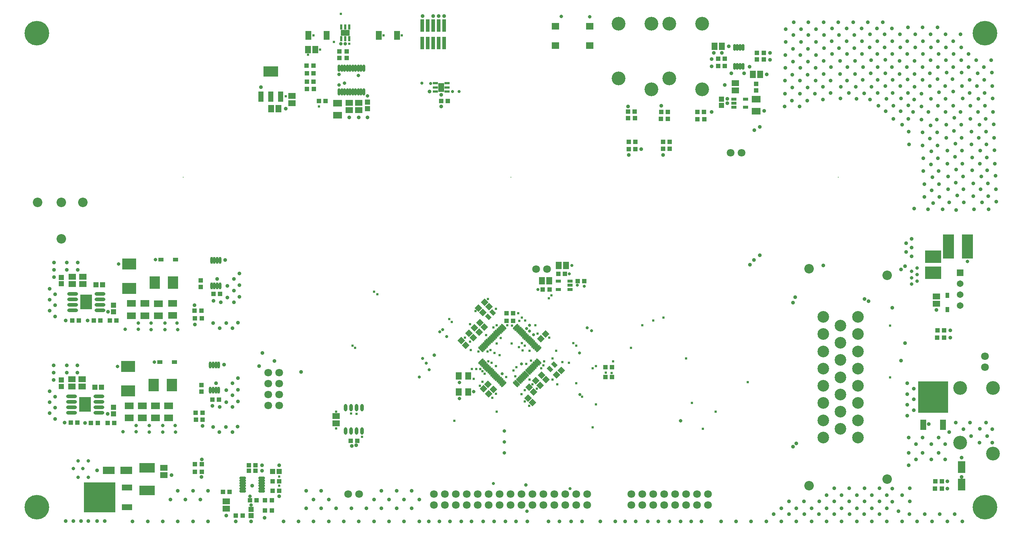
<source format=gts>
G04*
G04 #@! TF.GenerationSoftware,Altium Limited,Altium Designer,18.1.11 (251)*
G04*
G04 Layer_Color=8388736*
%FSLAX25Y25*%
%MOIN*%
G70*
G01*
G75*
%ADD63R,0.04147X0.04343*%
%ADD64R,0.03950X0.03950*%
%ADD65R,0.27572X0.29147*%
%ADD66R,0.05328X0.09461*%
%ADD67O,0.03162X0.06706*%
G04:AMPARAMS|DCode=68|XSize=19.81mil|YSize=65.09mil|CornerRadius=0mil|HoleSize=0mil|Usage=FLASHONLY|Rotation=225.000|XOffset=0mil|YOffset=0mil|HoleType=Round|Shape=Round|*
%AMOVALD68*
21,1,0.04528,0.01981,0.00000,0.00000,315.0*
1,1,0.01981,-0.01601,0.01601*
1,1,0.01981,0.01601,-0.01601*
%
%ADD68OVALD68*%

G04:AMPARAMS|DCode=69|XSize=47.37mil|YSize=37.53mil|CornerRadius=0mil|HoleSize=0mil|Usage=FLASHONLY|Rotation=315.000|XOffset=0mil|YOffset=0mil|HoleType=Round|Shape=Rectangle|*
%AMROTATEDRECTD69*
4,1,4,-0.03002,0.00348,-0.00348,0.03002,0.03002,-0.00348,0.00348,-0.03002,-0.03002,0.00348,0.0*
%
%ADD69ROTATEDRECTD69*%

G04:AMPARAMS|DCode=70|XSize=47.37mil|YSize=49.34mil|CornerRadius=0mil|HoleSize=0mil|Usage=FLASHONLY|Rotation=45.000|XOffset=0mil|YOffset=0mil|HoleType=Round|Shape=Rectangle|*
%AMROTATEDRECTD70*
4,1,4,0.00070,-0.03419,-0.03419,0.00070,-0.00070,0.03419,0.03419,-0.00070,0.00070,-0.03419,0.0*
%
%ADD70ROTATEDRECTD70*%

G04:AMPARAMS|DCode=71|XSize=47.37mil|YSize=49.34mil|CornerRadius=0mil|HoleSize=0mil|Usage=FLASHONLY|Rotation=315.000|XOffset=0mil|YOffset=0mil|HoleType=Round|Shape=Rectangle|*
%AMROTATEDRECTD71*
4,1,4,-0.03419,-0.00070,0.00070,0.03419,0.03419,0.00070,-0.00070,-0.03419,-0.03419,-0.00070,0.0*
%
%ADD71ROTATEDRECTD71*%

%ADD72R,0.29147X0.27572*%
%ADD73R,0.09461X0.05328*%
%ADD74R,0.13005X0.10446*%
%ADD75R,0.04737X0.03753*%
%ADD76R,0.05524X0.08280*%
%ADD77R,0.04737X0.02178*%
%ADD78R,0.03800X0.11800*%
%ADD79R,0.06902X0.05918*%
%ADD80R,0.05524X0.06509*%
%ADD81R,0.04737X0.03162*%
%ADD82R,0.05721X0.07099*%
%ADD83R,0.06509X0.05524*%
G04:AMPARAMS|DCode=84|XSize=19.81mil|YSize=65.09mil|CornerRadius=0mil|HoleSize=0mil|Usage=FLASHONLY|Rotation=315.000|XOffset=0mil|YOffset=0mil|HoleType=Round|Shape=Round|*
%AMOVALD84*
21,1,0.04528,0.01981,0.00000,0.00000,45.0*
1,1,0.01981,-0.01601,-0.01601*
1,1,0.01981,0.01601,0.01601*
%
%ADD84OVALD84*%

%ADD85R,0.03753X0.04737*%
%ADD86O,0.02769X0.06115*%
%ADD87R,0.04343X0.04147*%
%ADD88R,0.07887X0.05918*%
%ADD89R,0.04737X0.04934*%
%ADD90R,0.08280X0.05524*%
%ADD91R,0.02178X0.04737*%
%ADD92R,0.05800X0.07965*%
%ADD93R,0.04737X0.09265*%
%ADD94R,0.13595X0.09265*%
%ADD95R,0.09461X0.11430*%
%ADD96R,0.04934X0.04737*%
%ADD97R,0.10642X0.13398*%
%ADD98O,0.09855X0.03162*%
%ADD99R,0.14383X0.09068*%
%ADD100O,0.02572X0.06312*%
%ADD101O,0.06115X0.02769*%
%ADD102R,0.06902X0.10839*%
%ADD103O,0.02572X0.06509*%
%ADD104R,0.10446X0.22060*%
%ADD105R,0.10839X0.06902*%
%ADD106R,0.14973X0.11430*%
%ADD107C,0.07099*%
%ADD108C,0.22453*%
%ADD109C,0.12611*%
%ADD110C,0.00800*%
%ADD111C,0.06068*%
%ADD112R,0.06068X0.06068*%
%ADD113C,0.08674*%
%ADD114C,0.10642*%
%ADD115C,0.03162*%
%ADD116C,0.02375*%
%ADD117C,0.03556*%
%ADD118C,0.02769*%
D63*
X591831Y347244D02*
D03*
X597933D02*
D03*
Y353543D02*
D03*
X591831D02*
D03*
X566575Y353543D02*
D03*
X560472D02*
D03*
X560407Y346850D02*
D03*
X566510D02*
D03*
X629134Y380971D02*
D03*
X623032D02*
D03*
X590041Y380883D02*
D03*
X596143D02*
D03*
X559726Y381254D02*
D03*
X565828D02*
D03*
X454823Y196850D02*
D03*
X448721D02*
D03*
Y189961D02*
D03*
X454823D02*
D03*
X539075Y138435D02*
D03*
X545177D02*
D03*
X545136Y147441D02*
D03*
X539034D02*
D03*
X395276Y391043D02*
D03*
X389173D02*
D03*
X306398Y80315D02*
D03*
X312500D02*
D03*
X496063Y233071D02*
D03*
X502165D02*
D03*
X519882Y226378D02*
D03*
X513779D02*
D03*
X481988Y218504D02*
D03*
X488091D02*
D03*
X683776Y428839D02*
D03*
X677673D02*
D03*
Y435039D02*
D03*
X683776D02*
D03*
X648244Y422833D02*
D03*
X642142D02*
D03*
X642043Y429425D02*
D03*
X648146D02*
D03*
X277461Y390748D02*
D03*
X283563D02*
D03*
X266437Y416339D02*
D03*
X272539D02*
D03*
X266535Y408465D02*
D03*
X272638D02*
D03*
X842520Y181298D02*
D03*
X848622D02*
D03*
X84547Y96545D02*
D03*
X90650D02*
D03*
X92520Y190261D02*
D03*
X86417D02*
D03*
X77854Y190323D02*
D03*
X71752D02*
D03*
X58169D02*
D03*
X52067D02*
D03*
X75394Y96545D02*
D03*
X69291D02*
D03*
X56909Y96792D02*
D03*
X50806D02*
D03*
X219587Y52756D02*
D03*
X213484D02*
D03*
X219587Y57834D02*
D03*
X213484D02*
D03*
X187300Y214567D02*
D03*
X181198D02*
D03*
X186122Y117796D02*
D03*
X180020D02*
D03*
X170374Y51989D02*
D03*
X164272D02*
D03*
X165059Y99725D02*
D03*
X171161D02*
D03*
X170374Y192323D02*
D03*
X164272D02*
D03*
X189862Y33465D02*
D03*
X195965D02*
D03*
X235138Y43307D02*
D03*
X241240D02*
D03*
X235138Y34449D02*
D03*
X241240D02*
D03*
X234350Y25748D02*
D03*
X228248D02*
D03*
Y16732D02*
D03*
X234350D02*
D03*
X220571Y25748D02*
D03*
X214469D02*
D03*
X201673Y11811D02*
D03*
X207776D02*
D03*
X840438Y43110D02*
D03*
X846541D02*
D03*
D64*
X629624Y374410D02*
D03*
X623325D02*
D03*
X589845Y374637D02*
D03*
X596144D02*
D03*
X559726Y375394D02*
D03*
X566025D02*
D03*
X272736Y401772D02*
D03*
X266437D02*
D03*
X848622Y174605D02*
D03*
X842323D02*
D03*
X170374Y59055D02*
D03*
X164075D02*
D03*
X171260Y105966D02*
D03*
X164961D02*
D03*
X163976Y199350D02*
D03*
X170276D02*
D03*
X846642Y36417D02*
D03*
X840343D02*
D03*
X272638Y423228D02*
D03*
X266339D02*
D03*
D65*
X838583Y120079D02*
D03*
D66*
X847559Y94882D02*
D03*
X829606D02*
D03*
D67*
X301805Y110412D02*
D03*
X316805D02*
D03*
X311805D02*
D03*
X306805D02*
D03*
X316805Y89152D02*
D03*
X311805D02*
D03*
X306805D02*
D03*
X301805D02*
D03*
D68*
X428145Y166645D02*
D03*
X429536Y168037D02*
D03*
X446240Y184741D02*
D03*
X444848Y183349D02*
D03*
X443456Y181957D02*
D03*
X442064Y180565D02*
D03*
X440672Y179173D02*
D03*
X439280Y177781D02*
D03*
X437888Y176389D02*
D03*
X436496Y174997D02*
D03*
X435104Y173605D02*
D03*
X433712Y172213D02*
D03*
X432320Y170821D02*
D03*
X430928Y169429D02*
D03*
X426753Y165253D02*
D03*
X425361Y163861D02*
D03*
X457236Y131986D02*
D03*
X458628Y133378D02*
D03*
X460020Y134770D02*
D03*
X461412Y136162D02*
D03*
X462804Y137554D02*
D03*
X464196Y138946D02*
D03*
X465588Y140338D02*
D03*
X466980Y141729D02*
D03*
X468372Y143122D02*
D03*
X469764Y144513D02*
D03*
X471156Y145905D02*
D03*
X472547Y147297D02*
D03*
X473939Y148689D02*
D03*
X475331Y150081D02*
D03*
X476723Y151473D02*
D03*
X478115Y152865D02*
D03*
D69*
X432037Y193651D02*
D03*
X436073Y197688D02*
D03*
X488624Y146013D02*
D03*
X492661Y150050D02*
D03*
D70*
X432992Y202816D02*
D03*
X428816Y206992D02*
D03*
X424375Y188308D02*
D03*
X428551Y184133D02*
D03*
X427278Y197501D02*
D03*
X423103Y201677D02*
D03*
X472638Y115157D02*
D03*
X468462Y119333D02*
D03*
X411537Y167735D02*
D03*
X407361Y171911D02*
D03*
X418623Y174440D02*
D03*
X414447Y178615D02*
D03*
X419644Y183734D02*
D03*
X423820Y179558D02*
D03*
X479647Y130983D02*
D03*
X475471Y135159D02*
D03*
X480803Y140277D02*
D03*
X484979Y136101D02*
D03*
X469410Y129212D02*
D03*
X473586Y125036D02*
D03*
D71*
X494630Y140461D02*
D03*
X498805Y144637D02*
D03*
X432009Y131968D02*
D03*
X427833Y127792D02*
D03*
X432558Y123109D02*
D03*
X436734Y127285D02*
D03*
X480315Y173726D02*
D03*
X484491Y177902D02*
D03*
D72*
X77067Y28543D02*
D03*
D73*
X102264Y37520D02*
D03*
Y19567D02*
D03*
D74*
X103347Y125867D02*
D03*
Y148308D02*
D03*
X104331Y219488D02*
D03*
Y241929D02*
D03*
D75*
X132185Y152363D02*
D03*
X145374D02*
D03*
X133169Y245984D02*
D03*
X146358D02*
D03*
D76*
X389272Y403373D02*
D03*
D77*
X383878Y407113D02*
D03*
Y403373D02*
D03*
Y399633D02*
D03*
X394665Y407113D02*
D03*
Y403373D02*
D03*
Y399633D02*
D03*
D78*
X391890Y443898D02*
D03*
X386890D02*
D03*
X381890D02*
D03*
X376890D02*
D03*
X371890D02*
D03*
Y459882D02*
D03*
X376890D02*
D03*
X381890D02*
D03*
X386890D02*
D03*
X391890D02*
D03*
D79*
X493392Y459361D02*
D03*
X524691D02*
D03*
X493392Y441644D02*
D03*
X524691D02*
D03*
D80*
X503346Y240551D02*
D03*
X496654D02*
D03*
X487713Y226645D02*
D03*
X481020D02*
D03*
X638894Y441043D02*
D03*
X645587D02*
D03*
X680429Y415354D02*
D03*
X673736D02*
D03*
X233858Y383858D02*
D03*
X240551D02*
D03*
X267520Y437992D02*
D03*
X274213D02*
D03*
D81*
X506988Y218701D02*
D03*
Y222441D02*
D03*
Y226181D02*
D03*
X496161D02*
D03*
Y218701D02*
D03*
X656610Y392620D02*
D03*
Y388880D02*
D03*
Y385140D02*
D03*
X667240D02*
D03*
Y392620D02*
D03*
D82*
X413780Y139451D02*
D03*
Y124884D02*
D03*
X405118D02*
D03*
Y139451D02*
D03*
D83*
X293138Y102835D02*
D03*
Y96142D02*
D03*
X841535Y205709D02*
D03*
Y212402D02*
D03*
X657693Y400591D02*
D03*
Y407283D02*
D03*
X252953Y388976D02*
D03*
Y395669D02*
D03*
X61024Y129863D02*
D03*
Y136556D02*
D03*
X62008Y223425D02*
D03*
Y230118D02*
D03*
X52036D02*
D03*
Y223425D02*
D03*
X313976Y389173D02*
D03*
Y382480D02*
D03*
X305118D02*
D03*
Y389173D02*
D03*
X192913Y25000D02*
D03*
Y18307D02*
D03*
X135827Y48819D02*
D03*
Y55512D02*
D03*
X51839Y136497D02*
D03*
Y129804D02*
D03*
D84*
X478115Y163861D02*
D03*
X476723Y165253D02*
D03*
X475331Y166645D02*
D03*
X473939Y168037D02*
D03*
X472547Y169429D02*
D03*
X471156Y170821D02*
D03*
X469764Y172213D02*
D03*
X468372Y173605D02*
D03*
X466980Y174997D02*
D03*
X465588Y176389D02*
D03*
X464196Y177781D02*
D03*
X462804Y179173D02*
D03*
X461412Y180565D02*
D03*
X460020Y181957D02*
D03*
X458628Y183349D02*
D03*
X457236Y184741D02*
D03*
X425361Y152865D02*
D03*
X426753Y151473D02*
D03*
X428145Y150081D02*
D03*
X429536Y148689D02*
D03*
X430928Y147297D02*
D03*
X432320Y145905D02*
D03*
X433712Y144513D02*
D03*
X435104Y143122D02*
D03*
X436496Y141729D02*
D03*
X437888Y140338D02*
D03*
X439280Y138946D02*
D03*
X440672Y137554D02*
D03*
X442064Y136162D02*
D03*
X443456Y134770D02*
D03*
X444848Y133378D02*
D03*
X446240Y131986D02*
D03*
D85*
X851378Y213326D02*
D03*
Y200137D02*
D03*
D86*
X664780Y440059D02*
D03*
X662221D02*
D03*
X659662D02*
D03*
X657103D02*
D03*
X664780Y422539D02*
D03*
X662221D02*
D03*
X659662D02*
D03*
X657103D02*
D03*
D87*
X676886Y406595D02*
D03*
Y400492D02*
D03*
X302795Y430118D02*
D03*
Y436221D02*
D03*
X296299Y430118D02*
D03*
Y436221D02*
D03*
X169485Y226870D02*
D03*
Y220768D02*
D03*
X170276Y131281D02*
D03*
Y125178D02*
D03*
D88*
X676689Y392620D02*
D03*
Y381596D02*
D03*
X294449Y388976D02*
D03*
Y377953D02*
D03*
X140059Y112126D02*
D03*
Y101103D02*
D03*
X128248Y112126D02*
D03*
Y101103D02*
D03*
X116142D02*
D03*
Y112126D02*
D03*
X104331D02*
D03*
Y101103D02*
D03*
X143701Y205846D02*
D03*
Y194822D02*
D03*
X130905Y205709D02*
D03*
Y194685D02*
D03*
X118405Y205747D02*
D03*
Y194724D02*
D03*
X106299Y205747D02*
D03*
Y194724D02*
D03*
D89*
X645252Y386811D02*
D03*
Y392717D02*
D03*
X321915Y383858D02*
D03*
Y389764D02*
D03*
X89961Y105060D02*
D03*
Y110966D02*
D03*
X89961Y198228D02*
D03*
Y204134D02*
D03*
X42323Y229724D02*
D03*
Y223819D02*
D03*
X42126Y135785D02*
D03*
Y129880D02*
D03*
X215555Y17717D02*
D03*
Y11811D02*
D03*
D90*
X301476Y453150D02*
D03*
D91*
X305217Y458543D02*
D03*
X301476D02*
D03*
X297736D02*
D03*
X305217Y447756D02*
D03*
X301476D02*
D03*
X297736D02*
D03*
D92*
X284449Y450787D02*
D03*
X267756D02*
D03*
X332205D02*
D03*
X348898D02*
D03*
D93*
X224501Y394783D02*
D03*
X233556D02*
D03*
X242612D02*
D03*
D94*
X233556Y417815D02*
D03*
D95*
X144193Y224803D02*
D03*
X127461D02*
D03*
X126476Y131182D02*
D03*
X143209D02*
D03*
D96*
X79724Y222835D02*
D03*
X73819D02*
D03*
X78740Y129272D02*
D03*
X72835D02*
D03*
X241142Y52165D02*
D03*
X235236D02*
D03*
D97*
X63976Y113466D02*
D03*
X64961Y207087D02*
D03*
D98*
X76378Y105966D02*
D03*
Y110966D02*
D03*
Y115966D02*
D03*
Y120966D02*
D03*
X51575Y105966D02*
D03*
Y110966D02*
D03*
Y115966D02*
D03*
Y120966D02*
D03*
X77362Y199587D02*
D03*
Y204587D02*
D03*
Y209587D02*
D03*
Y214587D02*
D03*
X52559Y199587D02*
D03*
Y204587D02*
D03*
Y209587D02*
D03*
Y214587D02*
D03*
D99*
X120374Y55415D02*
D03*
Y34745D02*
D03*
D100*
X187103Y245276D02*
D03*
X184544D02*
D03*
X181985D02*
D03*
X179426D02*
D03*
X187103Y222047D02*
D03*
X184544D02*
D03*
X181985D02*
D03*
X179426D02*
D03*
X185925Y149686D02*
D03*
X183366D02*
D03*
X180807D02*
D03*
X178248D02*
D03*
X185925Y126458D02*
D03*
X183366D02*
D03*
X180807D02*
D03*
X178248D02*
D03*
D101*
X207776Y46407D02*
D03*
Y43986D02*
D03*
Y41565D02*
D03*
Y39144D02*
D03*
Y36722D02*
D03*
Y34301D02*
D03*
X225295Y46407D02*
D03*
Y43986D02*
D03*
Y41565D02*
D03*
Y39144D02*
D03*
Y36722D02*
D03*
Y34301D02*
D03*
D102*
X864543Y56267D02*
D03*
Y40126D02*
D03*
D103*
X318366Y420768D02*
D03*
X315866D02*
D03*
X313366D02*
D03*
X310866D02*
D03*
X308366D02*
D03*
X305866D02*
D03*
X303366D02*
D03*
X300866D02*
D03*
X298366D02*
D03*
X295866D02*
D03*
X318366Y399311D02*
D03*
X315866D02*
D03*
X313366D02*
D03*
X310866D02*
D03*
X308366D02*
D03*
X305866D02*
D03*
X303366D02*
D03*
X300866D02*
D03*
X298366D02*
D03*
X295866D02*
D03*
D104*
X869734Y257874D02*
D03*
X852411D02*
D03*
D105*
X85433Y53150D02*
D03*
X101575D02*
D03*
D106*
X838583Y233760D02*
D03*
Y248524D02*
D03*
D107*
X653386Y343504D02*
D03*
X663386D02*
D03*
X314134Y31457D02*
D03*
X304134D02*
D03*
X602835Y31497D02*
D03*
Y21496D02*
D03*
X612835Y31497D02*
D03*
Y21496D02*
D03*
X622834Y31497D02*
D03*
Y21496D02*
D03*
X632835Y31497D02*
D03*
Y21497D02*
D03*
X592835Y21496D02*
D03*
Y31497D02*
D03*
X582834Y31496D02*
D03*
Y21496D02*
D03*
X562835D02*
D03*
Y31497D02*
D03*
X572835Y21496D02*
D03*
Y31496D02*
D03*
X885827Y147480D02*
D03*
Y157480D02*
D03*
X462638Y21496D02*
D03*
Y31496D02*
D03*
X522638D02*
D03*
X512638D02*
D03*
X502638D02*
D03*
X492638D02*
D03*
X482638D02*
D03*
X472638D02*
D03*
X442638D02*
D03*
X432638D02*
D03*
X422638D02*
D03*
X402638D02*
D03*
X392638D02*
D03*
X382638D02*
D03*
X522638Y21496D02*
D03*
X512638D02*
D03*
X502638D02*
D03*
X492638D02*
D03*
X482638D02*
D03*
X472638D02*
D03*
X442638D02*
D03*
X432638D02*
D03*
X422638D02*
D03*
X412638D02*
D03*
X392638D02*
D03*
X382638D02*
D03*
X452638Y31496D02*
D03*
Y21496D02*
D03*
X412638Y31496D02*
D03*
X402638Y21496D02*
D03*
X241339Y142599D02*
D03*
Y132599D02*
D03*
Y122599D02*
D03*
Y112600D02*
D03*
X231339D02*
D03*
Y122599D02*
D03*
Y132599D02*
D03*
Y142599D02*
D03*
X485827Y237402D02*
D03*
X475827D02*
D03*
D108*
X885827Y452756D02*
D03*
Y19685D02*
D03*
X19685Y452756D02*
D03*
Y19685D02*
D03*
D109*
X863189Y78740D02*
D03*
X893110Y68740D02*
D03*
X863189Y128740D02*
D03*
X893110D02*
D03*
X597555Y411522D02*
D03*
X627477Y401522D02*
D03*
X597555Y461522D02*
D03*
X627477D02*
D03*
X551296Y411522D02*
D03*
X581217Y401522D02*
D03*
X551296Y461522D02*
D03*
X581217D02*
D03*
D110*
X751968Y321260D02*
D03*
X452756D02*
D03*
X153543D02*
D03*
D111*
X863238Y203819D02*
D03*
Y213819D02*
D03*
Y223819D02*
D03*
D112*
Y233819D02*
D03*
D113*
X725197Y39191D02*
D03*
X796457Y45096D02*
D03*
X725197Y237616D02*
D03*
X796457Y231710D02*
D03*
X61811Y298327D02*
D03*
X42323D02*
D03*
Y264862D02*
D03*
X20669Y298327D02*
D03*
D114*
X738189Y83285D02*
D03*
Y99033D02*
D03*
Y114781D02*
D03*
Y130529D02*
D03*
Y146277D02*
D03*
Y162025D02*
D03*
Y177773D02*
D03*
Y193521D02*
D03*
X753937Y91159D02*
D03*
Y106907D02*
D03*
Y122655D02*
D03*
Y138403D02*
D03*
Y154151D02*
D03*
Y169899D02*
D03*
Y185647D02*
D03*
X769685Y83285D02*
D03*
Y99033D02*
D03*
Y114781D02*
D03*
Y130529D02*
D03*
Y146277D02*
D03*
Y162025D02*
D03*
Y177773D02*
D03*
Y193521D02*
D03*
D115*
X466535Y39961D02*
D03*
X467520Y15748D02*
D03*
X524691Y468062D02*
D03*
X498966Y468219D02*
D03*
X405748Y133465D02*
D03*
X446850Y89366D02*
D03*
Y69173D02*
D03*
Y79269D02*
D03*
X382874Y158465D02*
D03*
X405748Y118898D02*
D03*
X418898Y125146D02*
D03*
X823819Y238189D02*
D03*
Y226378D02*
D03*
Y232283D02*
D03*
X818898Y235236D02*
D03*
Y229331D02*
D03*
Y223425D02*
D03*
X869734Y244094D02*
D03*
X66771Y46990D02*
D03*
X57519D02*
D03*
X66771Y61754D02*
D03*
X57519D02*
D03*
X62008Y54864D02*
D03*
X53128Y54864D02*
D03*
X214469Y29685D02*
D03*
X215555Y21654D02*
D03*
X110500Y94371D02*
D03*
Y88466D02*
D03*
X122351Y94397D02*
D03*
Y88269D02*
D03*
X134843Y94397D02*
D03*
Y88269D02*
D03*
X146043Y94397D02*
D03*
X146653Y88269D02*
D03*
X98425Y88466D02*
D03*
X100394Y182087D02*
D03*
X148622Y181890D02*
D03*
X148012Y188018D02*
D03*
X136811Y181890D02*
D03*
Y188018D02*
D03*
X124320Y181890D02*
D03*
Y188018D02*
D03*
X112468Y182087D02*
D03*
Y187992D02*
D03*
X607874Y98639D02*
D03*
X94587Y241929D02*
D03*
X128248Y245984D02*
D03*
X127165Y152363D02*
D03*
X93504Y148308D02*
D03*
X321915Y395669D02*
D03*
X295768Y405512D02*
D03*
X300866Y407264D02*
D03*
X295768Y415354D02*
D03*
X313366Y414370D02*
D03*
X297638Y443307D02*
D03*
X301575D02*
D03*
D116*
X639764Y106907D02*
D03*
X612835Y155512D02*
D03*
X305217Y443405D02*
D03*
X293099Y106812D02*
D03*
X418898Y137008D02*
D03*
X306693Y105118D02*
D03*
X443456Y174135D02*
D03*
X453937Y185433D02*
D03*
X449605Y185826D02*
D03*
X437008Y184055D02*
D03*
X544882Y142126D02*
D03*
X539370Y142520D02*
D03*
X546063Y152865D02*
D03*
X311805Y105060D02*
D03*
X434055Y163189D02*
D03*
X431496Y162025D02*
D03*
X308071Y167323D02*
D03*
X310555Y165354D02*
D03*
X456693Y139370D02*
D03*
X439173Y200787D02*
D03*
X439978Y185826D02*
D03*
X505905Y151575D02*
D03*
X495079Y131986D02*
D03*
X509842Y169685D02*
D03*
X512638Y167323D02*
D03*
X490748Y136162D02*
D03*
X448425Y138614D02*
D03*
X477165Y178347D02*
D03*
X396457Y191652D02*
D03*
X398819Y188976D02*
D03*
X415354Y187008D02*
D03*
X460534Y189961D02*
D03*
X459646Y196850D02*
D03*
X416339Y163189D02*
D03*
X499981Y152147D02*
D03*
X453542Y169291D02*
D03*
X439978D02*
D03*
X442638Y158465D02*
D03*
X437795Y160433D02*
D03*
X431692Y209867D02*
D03*
X430210Y176823D02*
D03*
X423307Y162025D02*
D03*
X469488Y112205D02*
D03*
X465551Y116273D02*
D03*
X463542Y162872D02*
D03*
X487713Y174440D02*
D03*
X466980Y150591D02*
D03*
X472441Y131986D02*
D03*
X476674Y128010D02*
D03*
X469764Y136162D02*
D03*
X465551Y126435D02*
D03*
X435039Y151575D02*
D03*
X471284Y153543D02*
D03*
X530512Y148736D02*
D03*
X527559Y146653D02*
D03*
X480413D02*
D03*
X482638Y149171D02*
D03*
X527559Y92520D02*
D03*
X530512Y113466D02*
D03*
X455118Y144488D02*
D03*
X457736Y147638D02*
D03*
X410825Y174605D02*
D03*
X415354Y170866D02*
D03*
X420394Y198879D02*
D03*
X424409Y130709D02*
D03*
X426753Y134252D02*
D03*
X435827Y119685D02*
D03*
X439280Y123228D02*
D03*
X669291Y133839D02*
D03*
X439173Y148622D02*
D03*
X401181Y98639D02*
D03*
X469758Y162598D02*
D03*
X494095D02*
D03*
X490748Y155512D02*
D03*
X483268Y152865D02*
D03*
X562598Y165354D02*
D03*
X460042Y165748D02*
D03*
X462992Y169685D02*
D03*
X465551Y167323D02*
D03*
X487402Y210630D02*
D03*
X489764Y213386D02*
D03*
X512598Y133071D02*
D03*
X799213Y138189D02*
D03*
X462534Y123071D02*
D03*
X517717Y120421D02*
D03*
X439978Y106907D02*
D03*
X421260Y145980D02*
D03*
X277461Y385925D02*
D03*
X247047Y395177D02*
D03*
X353346Y450787D02*
D03*
X267520Y433268D02*
D03*
X278543Y437992D02*
D03*
X297638Y470472D02*
D03*
X291339Y444882D02*
D03*
X272638Y450787D02*
D03*
X336614D02*
D03*
X582741Y190261D02*
D03*
X465731D02*
D03*
X592227Y192913D02*
D03*
X462804D02*
D03*
X475197Y186024D02*
D03*
X572835Y186024D02*
D03*
X618110Y114781D02*
D03*
X628150Y91159D02*
D03*
X799204Y185647D02*
D03*
X327756Y216535D02*
D03*
X330709Y214350D02*
D03*
X417323Y145980D02*
D03*
X426863Y143870D02*
D03*
X432331Y152865D02*
D03*
X428740Y141729D02*
D03*
X424803Y146063D02*
D03*
X293099Y91457D02*
D03*
X316760Y83858D02*
D03*
X241339Y47638D02*
D03*
X241240Y39191D02*
D03*
D117*
X636041Y380971D02*
D03*
X650591Y388880D02*
D03*
Y392782D02*
D03*
X571850Y346850D02*
D03*
X591831Y341535D02*
D03*
X560407D02*
D03*
X377953Y6693D02*
D03*
X407480D02*
D03*
X416929D02*
D03*
X557087D02*
D03*
X597555D02*
D03*
X307087Y18701D02*
D03*
X864543Y47244D02*
D03*
X225984Y160630D02*
D03*
X222835Y148425D02*
D03*
X237008Y153272D02*
D03*
X261024Y143307D02*
D03*
X859631Y291339D02*
D03*
X311417Y76378D02*
D03*
X307480Y75590D02*
D03*
X780960Y392082D02*
D03*
X808964Y381496D02*
D03*
X795184D02*
D03*
X834019Y380971D02*
D03*
X820239D02*
D03*
X856748Y386526D02*
D03*
X842968D02*
D03*
X816233Y362904D02*
D03*
X802041Y374715D02*
D03*
X810167Y369160D02*
D03*
X815821Y374715D02*
D03*
X816645Y351093D02*
D03*
X821176Y292738D02*
D03*
X842144Y362205D02*
D03*
X827953Y374016D02*
D03*
X828777Y362205D02*
D03*
X836078Y368460D02*
D03*
X841732Y374016D02*
D03*
X842968Y338583D02*
D03*
X828777Y350394D02*
D03*
X829601Y338583D02*
D03*
X836902Y344838D02*
D03*
X842556Y350394D02*
D03*
X835666Y356649D02*
D03*
X843792Y314961D02*
D03*
X829601Y326772D02*
D03*
X830424Y314961D02*
D03*
X837726Y321216D02*
D03*
X843380Y326772D02*
D03*
X836490Y333027D02*
D03*
X847087Y292038D02*
D03*
X830424Y303150D02*
D03*
X833720Y292038D02*
D03*
X838550Y297594D02*
D03*
X844204Y303150D02*
D03*
X837314Y309405D02*
D03*
X864049Y369160D02*
D03*
X849858Y380971D02*
D03*
X850682Y369160D02*
D03*
X857983Y375415D02*
D03*
X863637Y380971D02*
D03*
X864873Y345537D02*
D03*
X850682Y357348D02*
D03*
X851506Y345537D02*
D03*
X858807Y351793D02*
D03*
X864461Y357348D02*
D03*
X857572Y363604D02*
D03*
X865697Y321916D02*
D03*
X851506Y333727D02*
D03*
X852330Y321916D02*
D03*
X859631Y328171D02*
D03*
X865285Y333727D02*
D03*
X858395Y339982D02*
D03*
X866521Y298293D02*
D03*
X852330Y310104D02*
D03*
X853153Y298293D02*
D03*
X860455Y304549D02*
D03*
X866109Y310104D02*
D03*
X859219Y316360D02*
D03*
X850824Y416929D02*
D03*
X815139Y410674D02*
D03*
X815963Y387052D02*
D03*
X815409Y398337D02*
D03*
X864603Y416929D02*
D03*
X865427Y393307D02*
D03*
X864873Y404593D02*
D03*
X828777Y410148D02*
D03*
X821063Y392082D02*
D03*
X827953Y385827D02*
D03*
Y397638D02*
D03*
X821475Y403893D02*
D03*
X801556Y410148D02*
D03*
X753937Y393307D02*
D03*
X775591Y398031D02*
D03*
X774070Y410148D02*
D03*
X768005Y403893D02*
D03*
X782196D02*
D03*
X850270Y428215D02*
D03*
X864049D02*
D03*
X877829D02*
D03*
X842968Y421959D02*
D03*
X856748D02*
D03*
X895728Y310104D02*
D03*
X881948D02*
D03*
X888838Y303849D02*
D03*
X883184Y298293D02*
D03*
X875882Y292038D02*
D03*
X875058Y303849D02*
D03*
X889250Y292038D02*
D03*
X896282Y298819D02*
D03*
X894904Y333727D02*
D03*
X881124D02*
D03*
X888014Y327471D02*
D03*
X882360Y321916D02*
D03*
X875058Y315660D02*
D03*
X874235Y327471D02*
D03*
X888426Y315660D02*
D03*
X895458Y322441D02*
D03*
X894080Y357348D02*
D03*
X880301D02*
D03*
X887190Y351093D02*
D03*
X881536Y345537D02*
D03*
X874235Y339282D02*
D03*
X873411Y351093D02*
D03*
X887602Y339282D02*
D03*
X894634Y346063D02*
D03*
X893256Y380971D02*
D03*
X879477D02*
D03*
X886366Y374715D02*
D03*
X880712Y369160D02*
D03*
X873411Y362904D02*
D03*
X872587Y374715D02*
D03*
X886778Y362904D02*
D03*
X893810Y369685D02*
D03*
X892432Y404593D02*
D03*
X878653D02*
D03*
X885542Y398337D02*
D03*
X879889Y392782D02*
D03*
X872587Y386526D02*
D03*
X871763Y398337D02*
D03*
X885954Y386526D02*
D03*
X892986Y393307D02*
D03*
X891608Y428215D02*
D03*
X884719Y421959D02*
D03*
X879065Y416404D02*
D03*
X871763Y410148D02*
D03*
X870939Y421959D02*
D03*
X885131Y410148D02*
D03*
X892162Y416929D02*
D03*
X856336Y410848D02*
D03*
X842556D02*
D03*
X849446Y404593D02*
D03*
X843792Y399037D02*
D03*
X836490Y392782D02*
D03*
X835666Y404593D02*
D03*
X849858Y392782D02*
D03*
X856890Y399562D02*
D03*
X808519Y404593D02*
D03*
X794740D02*
D03*
X801630Y398337D02*
D03*
X795976Y392782D02*
D03*
X788674Y386526D02*
D03*
X787850Y398337D02*
D03*
X802041Y386526D02*
D03*
X809073Y393307D02*
D03*
X744864Y409449D02*
D03*
X759879D02*
D03*
X768417Y392782D02*
D03*
X754225Y403893D02*
D03*
X761527Y398337D02*
D03*
X794882Y428740D02*
D03*
X794740Y416404D02*
D03*
X787850Y410148D02*
D03*
Y421959D02*
D03*
X814997Y433770D02*
D03*
X759879D02*
D03*
X773659D02*
D03*
X746100D02*
D03*
X774482Y421959D02*
D03*
X760291D02*
D03*
X753401Y415704D02*
D03*
X767181D02*
D03*
X753401Y427515D02*
D03*
X767181D02*
D03*
X781784Y428215D02*
D03*
X781372Y416404D02*
D03*
X730672Y397638D02*
D03*
X716893D02*
D03*
X703113D02*
D03*
X744864Y398337D02*
D03*
X737974Y392082D02*
D03*
X716481Y385827D02*
D03*
X702701D02*
D03*
X709591Y391383D02*
D03*
X723370D02*
D03*
X731084Y421260D02*
D03*
X717305D02*
D03*
X703525D02*
D03*
X745276Y421959D02*
D03*
X737974Y403893D02*
D03*
X738386Y415704D02*
D03*
X731084Y409449D02*
D03*
X716893D02*
D03*
X703113D02*
D03*
X710003Y403194D02*
D03*
X723782D02*
D03*
X710003Y415004D02*
D03*
X723782D02*
D03*
X724194Y438627D02*
D03*
X710415D02*
D03*
X724194Y426816D02*
D03*
X710415D02*
D03*
X703525Y433071D02*
D03*
X717305D02*
D03*
X731496D02*
D03*
X738798Y439326D02*
D03*
X738386Y427515D02*
D03*
X821475D02*
D03*
X807695D02*
D03*
X821475Y415704D02*
D03*
X807695D02*
D03*
X800806Y421959D02*
D03*
X814585D02*
D03*
X828777D02*
D03*
X836078Y428215D02*
D03*
X835666Y416404D02*
D03*
X822299Y440026D02*
D03*
X829189Y433770D02*
D03*
X864049Y440026D02*
D03*
X850270D02*
D03*
X836490D02*
D03*
X870939Y433770D02*
D03*
X857160D02*
D03*
X843380D02*
D03*
X829189Y445581D02*
D03*
X842968D02*
D03*
X856748D02*
D03*
X822299Y451837D02*
D03*
X836078D02*
D03*
X849858D02*
D03*
X863637D02*
D03*
X814997Y445581D02*
D03*
X800806Y457393D02*
D03*
X787026D02*
D03*
X815409Y458092D02*
D03*
X842556D02*
D03*
X828777D02*
D03*
X778900Y462948D02*
D03*
X792680D02*
D03*
X751753D02*
D03*
X765533D02*
D03*
X801218Y445581D02*
D03*
X787438D02*
D03*
X794328Y451837D02*
D03*
X808107D02*
D03*
X801218Y433770D02*
D03*
X787438D02*
D03*
X780548Y440026D02*
D03*
X794328D02*
D03*
X808519D02*
D03*
X780960Y451837D02*
D03*
X766357Y451137D02*
D03*
X752577D02*
D03*
X759467Y457393D02*
D03*
X773247D02*
D03*
X766357Y439326D02*
D03*
X752577D02*
D03*
X745687Y445581D02*
D03*
X759467D02*
D03*
X773659D02*
D03*
X746100Y457393D02*
D03*
X711239Y462948D02*
D03*
X703937Y456693D02*
D03*
X738798Y451137D02*
D03*
X724606D02*
D03*
X710827D02*
D03*
X703937Y444882D02*
D03*
X717717D02*
D03*
X731496D02*
D03*
X738386Y462948D02*
D03*
X724606D02*
D03*
X717717Y456693D02*
D03*
X731496D02*
D03*
X559726Y386025D02*
D03*
X590041Y386593D02*
D03*
X858268Y13145D02*
D03*
X865158Y6693D02*
D03*
X844488Y13145D02*
D03*
X851378Y6693D02*
D03*
X830709Y13145D02*
D03*
X837598Y6693D02*
D03*
X170472Y63386D02*
D03*
X225590Y57874D02*
D03*
X779528Y207989D02*
D03*
X710630Y74803D02*
D03*
Y206693D02*
D03*
X775683Y209842D02*
D03*
X712598Y211417D02*
D03*
X713583Y77756D02*
D03*
X873032Y84646D02*
D03*
X887713D02*
D03*
X892457Y78504D02*
D03*
X880906Y78719D02*
D03*
X853347Y88269D02*
D03*
X816109Y57834D02*
D03*
Y69173D02*
D03*
X828822D02*
D03*
X822917Y63246D02*
D03*
X843504Y69173D02*
D03*
X849409Y63246D02*
D03*
X836696D02*
D03*
X816109Y83313D02*
D03*
X828822D02*
D03*
X822917Y77386D02*
D03*
X843504Y83313D02*
D03*
X849409Y77386D02*
D03*
X836696D02*
D03*
X881083Y91139D02*
D03*
X892635Y90924D02*
D03*
X886729Y96850D02*
D03*
X866142Y90924D02*
D03*
X872047Y96850D02*
D03*
X859334D02*
D03*
X834646Y95472D02*
D03*
X812992Y239961D02*
D03*
X809055Y237008D02*
D03*
X812992Y169685D02*
D03*
X809055Y153543D02*
D03*
X801180Y36417D02*
D03*
Y24606D02*
D03*
X801181Y201772D02*
D03*
X141732Y26575D02*
D03*
X155512D02*
D03*
X169291D02*
D03*
X148622Y34449D02*
D03*
X162402D02*
D03*
X176181D02*
D03*
X362205D02*
D03*
X348425D02*
D03*
X334646D02*
D03*
X279528D02*
D03*
X265748D02*
D03*
X369094Y26575D02*
D03*
X355315D02*
D03*
X341535D02*
D03*
X327756D02*
D03*
X286417D02*
D03*
X272638D02*
D03*
X362205Y18701D02*
D03*
X348425D02*
D03*
X334646D02*
D03*
X320866D02*
D03*
X293307D02*
D03*
X279528D02*
D03*
X265748D02*
D03*
X810039Y30512D02*
D03*
X176181Y6693D02*
D03*
X107283D02*
D03*
X162401D02*
D03*
X148622D02*
D03*
X121063D02*
D03*
X134843D02*
D03*
X171161Y93945D02*
D03*
X203546Y137678D02*
D03*
X198625Y122057D02*
D03*
X203546Y126978D02*
D03*
X198625Y132757D02*
D03*
Y111352D02*
D03*
X203546Y116273D02*
D03*
X203346Y93081D02*
D03*
X186814Y111352D02*
D03*
X192720Y115730D02*
D03*
X192520Y92913D02*
D03*
X180709D02*
D03*
X192720Y126435D02*
D03*
X186614Y88160D02*
D03*
X198425D02*
D03*
X198625Y183264D02*
D03*
X186814D02*
D03*
X193898Y222025D02*
D03*
X180909Y188018D02*
D03*
X181198Y208268D02*
D03*
X192720Y188018D02*
D03*
X193898Y211320D02*
D03*
X187992Y206941D02*
D03*
X203546Y188185D02*
D03*
X204724Y211863D02*
D03*
X199803Y206941D02*
D03*
X56890Y142675D02*
D03*
X47047D02*
D03*
X35236Y135982D02*
D03*
Y142675D02*
D03*
Y149171D02*
D03*
X47047D02*
D03*
X56890D02*
D03*
X57087Y243110D02*
D03*
X47244D02*
D03*
X35433D02*
D03*
Y236614D02*
D03*
X258858Y6693D02*
D03*
X245079D02*
D03*
X272638D02*
D03*
X286417D02*
D03*
X300197D02*
D03*
X313976D02*
D03*
X327756D02*
D03*
X341535D02*
D03*
X355315D02*
D03*
X369094D02*
D03*
X427559D02*
D03*
X397342D02*
D03*
X387402D02*
D03*
X437402D02*
D03*
X447835D02*
D03*
X457480D02*
D03*
X468012D02*
D03*
X487205D02*
D03*
X497047D02*
D03*
X507874D02*
D03*
X517717D02*
D03*
X566929D02*
D03*
X548228D02*
D03*
X534449D02*
D03*
X577756D02*
D03*
X587598D02*
D03*
X607874D02*
D03*
X617618D02*
D03*
X626968D02*
D03*
X644685D02*
D03*
X658465D02*
D03*
X672244D02*
D03*
X796260Y30512D02*
D03*
X782480D02*
D03*
X789370Y36767D02*
D03*
X817057D02*
D03*
X768701Y30512D02*
D03*
X754921D02*
D03*
X741142D02*
D03*
X748032Y36767D02*
D03*
X761811D02*
D03*
X776003D02*
D03*
X823819Y6693D02*
D03*
X810039D02*
D03*
X816929Y13145D02*
D03*
X796260Y18701D02*
D03*
X782480D02*
D03*
X789370Y24956D02*
D03*
X817057D02*
D03*
X796260Y6693D02*
D03*
X782480D02*
D03*
X768701D02*
D03*
X775591Y13145D02*
D03*
X789370D02*
D03*
X768701Y18701D02*
D03*
X754921D02*
D03*
X741142D02*
D03*
X748032Y24956D02*
D03*
X761811D02*
D03*
X776003D02*
D03*
X754921Y6693D02*
D03*
X741142D02*
D03*
X727362D02*
D03*
X734252Y13145D02*
D03*
X748032D02*
D03*
X762223D02*
D03*
X727362Y18701D02*
D03*
X713583D02*
D03*
X699803D02*
D03*
X706693Y24956D02*
D03*
X720472D02*
D03*
X734664D02*
D03*
X720884Y13145D02*
D03*
X706693D02*
D03*
X692913D02*
D03*
X686024Y6693D02*
D03*
X699803D02*
D03*
X713583D02*
D03*
X806988Y16043D02*
D03*
X378642Y399633D02*
D03*
X389075Y396562D02*
D03*
X389173Y386070D02*
D03*
X391732Y468504D02*
D03*
X386890D02*
D03*
X381890D02*
D03*
X372047D02*
D03*
X675000Y245734D02*
D03*
X675197Y364173D02*
D03*
X738189Y240551D02*
D03*
X818898Y249016D02*
D03*
X671260Y241142D02*
D03*
X684055Y381890D02*
D03*
X841535Y199803D02*
D03*
X680118Y250000D02*
D03*
Y367126D02*
D03*
X648146Y405512D02*
D03*
X686532Y415354D02*
D03*
X689485Y435039D02*
D03*
Y428738D02*
D03*
X665862Y416339D02*
D03*
X670784Y422244D02*
D03*
X654051Y416339D02*
D03*
X638303Y435039D02*
D03*
X645587D02*
D03*
X651886Y440945D02*
D03*
X636335Y429327D02*
D03*
Y422734D02*
D03*
X199803Y228346D02*
D03*
X180020Y112205D02*
D03*
X190751Y149859D02*
D03*
X183366Y132757D02*
D03*
X204724Y222568D02*
D03*
X199803Y217647D02*
D03*
X204724Y233268D02*
D03*
X184544Y228346D02*
D03*
X191929Y245449D02*
D03*
X224501Y403543D02*
D03*
X247047Y383858D02*
D03*
X321850Y375984D02*
D03*
X313976D02*
D03*
X305118D02*
D03*
X813976Y252953D02*
D03*
X818898Y264764D02*
D03*
Y256890D02*
D03*
X813976Y260827D02*
D03*
X864543Y64961D02*
D03*
X854130Y174605D02*
D03*
Y181298D02*
D03*
X63976Y96545D02*
D03*
X45276Y96792D02*
D03*
X35433Y229921D02*
D03*
X47244Y236614D02*
D03*
X57087D02*
D03*
X84646Y105060D02*
D03*
X84941Y198228D02*
D03*
X36417Y100197D02*
D03*
X31496Y105571D02*
D03*
X36417Y110571D02*
D03*
X31496Y115571D02*
D03*
Y125571D02*
D03*
X36417Y120571D02*
D03*
X36417Y214350D02*
D03*
X31496Y219350D02*
D03*
X46260Y190354D02*
D03*
X66142D02*
D03*
X31496Y209350D02*
D03*
X36417Y204350D02*
D03*
X31496Y199350D02*
D03*
X36417Y193976D02*
D03*
X81693Y6890D02*
D03*
X74803D02*
D03*
X66929D02*
D03*
X60039D02*
D03*
X53150D02*
D03*
X46260D02*
D03*
X74705Y53150D02*
D03*
X216535Y39191D02*
D03*
X225590Y52756D02*
D03*
X192913Y11811D02*
D03*
X163779Y204331D02*
D03*
X164272Y186713D02*
D03*
X170276Y47244D02*
D03*
X143012Y49016D02*
D03*
X241240Y29577D02*
D03*
X241339Y57874D02*
D03*
X227992Y9843D02*
D03*
X215555Y6693D02*
D03*
X201575D02*
D03*
X851364Y43110D02*
D03*
X851482Y36417D02*
D03*
X814961Y132874D02*
D03*
X814961Y123031D02*
D03*
Y113189D02*
D03*
Y103347D02*
D03*
X820866Y108268D02*
D03*
Y118110D02*
D03*
Y127953D02*
D03*
D118*
X469758Y180565D02*
D03*
X369094Y138583D02*
D03*
X378346Y145276D02*
D03*
X375590Y151181D02*
D03*
X372047Y155512D02*
D03*
X469758Y186024D02*
D03*
X506890Y36417D02*
D03*
X399508Y399508D02*
D03*
X522360Y183480D02*
D03*
X394094Y175706D02*
D03*
X515354Y160630D02*
D03*
X444882Y141732D02*
D03*
X526476Y180980D02*
D03*
X467323Y183071D02*
D03*
X473424Y177165D02*
D03*
X387795Y179921D02*
D03*
X515945Y122655D02*
D03*
X462598Y150591D02*
D03*
X437008Y41339D02*
D03*
X379429Y406988D02*
D03*
X405669Y399508D02*
D03*
X371654Y407113D02*
D03*
X390529Y181890D02*
D03*
X508661Y240551D02*
D03*
X477559Y218504D02*
D03*
X513386Y222441D02*
D03*
X519685Y221457D02*
D03*
X506299Y233071D02*
D03*
X66142Y109135D02*
D03*
X61811D02*
D03*
X66142Y113466D02*
D03*
X61811D02*
D03*
X66142Y117796D02*
D03*
X61811D02*
D03*
X67126Y202756D02*
D03*
X62795D02*
D03*
X67126Y207087D02*
D03*
X62795D02*
D03*
X67126Y211417D02*
D03*
X62795D02*
D03*
M02*

</source>
